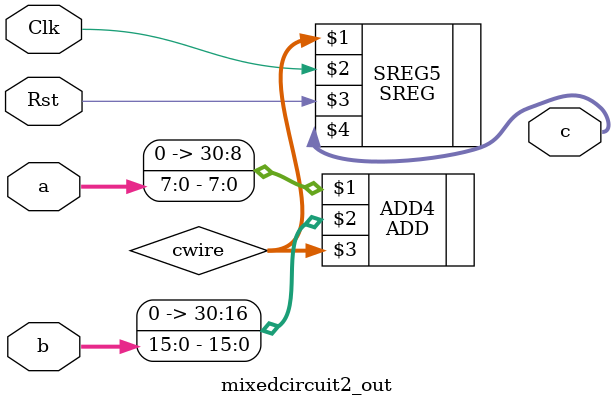
<source format=v>

`timescale 1ns / 1ps

module mixedcircuit2_out(a,b,c,Clk,Rst);
	input Clk,Rst;
	input [7:0] a;
	input [15:0] b;
	output wire [31:0] c;
	wire [31:0] cwire;
	ADD	#(.DATAWIDTH(32)) ADD4({{31-8{1'b0}},a},{{31-16{1'b0}},b},cwire);
	SREG	#(.DATAWIDTH(32)) SREG5(cwire,Clk,Rst,c);
endmodule
</source>
